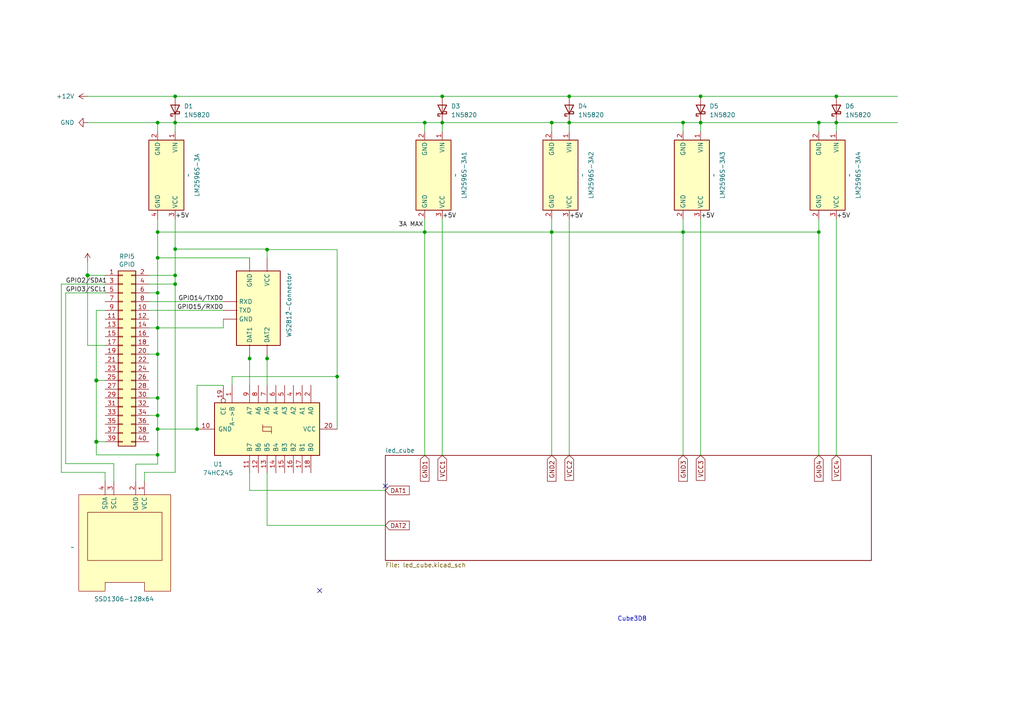
<source format=kicad_sch>
(kicad_sch (version 20231120) (generator "eeschema") (generator_version "8.0")
  (paper "A4")
  (title_block (date "15 nov 2012"))
  (lib_symbols
    (symbol "74xx:74HC245" (pin_names (offset 1.016))
      (property "Reference" "U" (at -7.62 16.51 0))
      (property "Value" "74HC245" (at -7.62 -16.51 0))
      (symbol "74HC245_1_0"
        (polyline (pts (xy -0.635 -1.27) (xy -0.635 1.27) (xy 0.635 1.27)))
        (polyline (pts (xy -1.27 -1.27) (xy 0.635 -1.27) (xy 0.635 1.27) (xy 1.27 1.27)))
        (pin input line (at -12.7 -10.16 0) (length 5.08) (name "A->B") (number "1"))
        (pin power_in line (at 0 -20.32 90) (length 5.08) (name "GND") (number "10"))
        (pin tri_state line (at 12.7 -5.08 180) (length 5.08) (name "B7") (number "11"))
        (pin tri_state line (at 12.7 -2.54 180) (length 5.08) (name "B6") (number "12"))
        (pin tri_state line (at 12.7 0 180) (length 5.08) (name "B5") (number "13"))
        (pin tri_state line (at 12.7 2.54 180) (length 5.08) (name "B4") (number "14"))
        (pin tri_state line (at 12.7 5.08 180) (length 5.08) (name "B3") (number "15"))
        (pin tri_state line (at 12.7 7.62 180) (length 5.08) (name "B2") (number "16"))
        (pin tri_state line (at 12.7 10.16 180) (length 5.08) (name "B1") (number "17"))
        (pin tri_state line (at 12.7 12.7 180) (length 5.08) (name "B0") (number "18"))
        (pin input inverted (at -12.7 -12.7 0) (length 5.08) (name "CE") (number "19"))
        (pin tri_state line (at -12.7 12.7 0) (length 5.08) (name "A0") (number "2"))
        (pin power_in line (at 0 20.32 270) (length 5.08) (name "VCC") (number "20"))
        (pin tri_state line (at -12.7 10.16 0) (length 5.08) (name "A1") (number "3"))
        (pin tri_state line (at -12.7 7.62 0) (length 5.08) (name "A2") (number "4"))
        (pin tri_state line (at -12.7 5.08 0) (length 5.08) (name "A3") (number "5"))
        (pin tri_state line (at -12.7 2.54 0) (length 5.08) (name "A4") (number "6"))
        (pin tri_state line (at -12.7 0 0) (length 5.08) (name "A5") (number "7"))
        (pin tri_state line (at -12.7 -2.54 0) (length 5.08) (name "A6") (number "8"))
        (pin tri_state line (at -12.7 -5.08 0) (length 5.08) (name "A7") (number "9"))
      )
      (symbol "74HC245_1_1"
        (rectangle (start -7.62 15.24) (end 7.62 -15.24) (stroke (width 0.254)) (fill (type background)))
      )
    )
    (symbol "Connector_Generic:Conn_02x20_Odd_Even" (pin_names (offset 1.016) hide)
      (property "Reference" "J" (at 1.27 25.4 0))
      (property "Value" "Conn_02x20_Odd_Even" (at 1.27 -27.94 0))
      (symbol "Conn_02x20_Odd_Even_1_1"
        (rectangle (start -1.27 -25.273) (end 0 -25.527) (stroke (width 0.1524)))
        (rectangle (start -1.27 -22.733) (end 0 -22.987) (stroke (width 0.1524)))
        (rectangle (start -1.27 -20.193) (end 0 -20.447) (stroke (width 0.1524)))
        (rectangle (start -1.27 -17.653) (end 0 -17.907) (stroke (width 0.1524)))
        (rectangle (start -1.27 -15.113) (end 0 -15.367) (stroke (width 0.1524)))
        (rectangle (start -1.27 -12.573) (end 0 -12.827) (stroke (width 0.1524)))
        (rectangle (start -1.27 -10.033) (end 0 -10.287) (stroke (width 0.1524)))
        (rectangle (start -1.27 -7.493) (end 0 -7.747) (stroke (width 0.1524)))
        (rectangle (start -1.27 -4.953) (end 0 -5.207) (stroke (width 0.1524)))
        (rectangle (start -1.27 -2.413) (end 0 -2.667) (stroke (width 0.1524)))
        (rectangle (start -1.27 0.127) (end 0 -0.127) (stroke (width 0.1524)))
        (rectangle (start -1.27 2.667) (end 0 2.413) (stroke (width 0.1524)))
        (rectangle (start -1.27 5.207) (end 0 4.953) (stroke (width 0.1524)))
        (rectangle (start -1.27 7.747) (end 0 7.493) (stroke (width 0.1524)))
        (rectangle (start -1.27 10.287) (end 0 10.033) (stroke (width 0.1524)))
        (rectangle (start -1.27 12.827) (end 0 12.573) (stroke (width 0.1524)))
        (rectangle (start -1.27 15.367) (end 0 15.113) (stroke (width 0.1524)))
        (rectangle (start -1.27 17.907) (end 0 17.653) (stroke (width 0.1524)))
        (rectangle (start -1.27 20.447) (end 0 20.193) (stroke (width 0.1524)))
        (rectangle (start -1.27 22.987) (end 0 22.733) (stroke (width 0.1524)))
        (rectangle (start -1.27 24.13) (end 3.81 -26.67) (stroke (width 0.254)) (fill (type background)))
        (rectangle (start 3.81 -25.273) (end 2.54 -25.527) (stroke (width 0.1524)))
        (rectangle (start 3.81 -22.733) (end 2.54 -22.987) (stroke (width 0.1524)))
        (rectangle (start 3.81 -20.193) (end 2.54 -20.447) (stroke (width 0.1524)))
        (rectangle (start 3.81 -17.653) (end 2.54 -17.907) (stroke (width 0.1524)))
        (rectangle (start 3.81 -15.113) (end 2.54 -15.367) (stroke (width 0.1524)))
        (rectangle (start 3.81 -12.573) (end 2.54 -12.827) (stroke (width 0.1524)))
        (rectangle (start 3.81 -10.033) (end 2.54 -10.287) (stroke (width 0.1524)))
        (rectangle (start 3.81 -7.493) (end 2.54 -7.747) (stroke (width 0.1524)))
        (rectangle (start 3.81 -4.953) (end 2.54 -5.207) (stroke (width 0.1524)))
        (rectangle (start 3.81 -2.413) (end 2.54 -2.667) (stroke (width 0.1524)))
        (rectangle (start 3.81 0.127) (end 2.54 -0.127) (stroke (width 0.1524)))
        (rectangle (start 3.81 2.667) (end 2.54 2.413) (stroke (width 0.1524)))
        (rectangle (start 3.81 5.207) (end 2.54 4.953) (stroke (width 0.1524)))
        (rectangle (start 3.81 7.747) (end 2.54 7.493) (stroke (width 0.1524)))
        (rectangle (start 3.81 10.287) (end 2.54 10.033) (stroke (width 0.1524)))
        (rectangle (start 3.81 12.827) (end 2.54 12.573) (stroke (width 0.1524)))
        (rectangle (start 3.81 15.367) (end 2.54 15.113) (stroke (width 0.1524)))
        (rectangle (start 3.81 17.907) (end 2.54 17.653) (stroke (width 0.1524)))
        (rectangle (start 3.81 20.447) (end 2.54 20.193) (stroke (width 0.1524)))
        (rectangle (start 3.81 22.987) (end 2.54 22.733) (stroke (width 0.1524)))
        (pin passive line (at -5.08 22.86 0) (length 3.81) (name "Pin_1") (number "1"))
        (pin passive line (at 7.62 12.7 180) (length 3.81) (name "Pin_10") (number "10"))
        (pin passive line (at -5.08 10.16 0) (length 3.81) (name "Pin_11") (number "11"))
        (pin passive line (at 7.62 10.16 180) (length 3.81) (name "Pin_12") (number "12"))
        (pin passive line (at -5.08 7.62 0) (length 3.81) (name "Pin_13") (number "13"))
        (pin passive line (at 7.62 7.62 180) (length 3.81) (name "Pin_14") (number "14"))
        (pin passive line (at -5.08 5.08 0) (length 3.81) (name "Pin_15") (number "15"))
        (pin passive line (at 7.62 5.08 180) (length 3.81) (name "Pin_16") (number "16"))
        (pin passive line (at -5.08 2.54 0) (length 3.81) (name "Pin_17") (number "17"))
        (pin passive line (at 7.62 2.54 180) (length 3.81) (name "Pin_18") (number "18"))
        (pin passive line (at -5.08 0 0) (length 3.81) (name "Pin_19") (number "19"))
        (pin passive line (at 7.62 22.86 180) (length 3.81) (name "Pin_2") (number "2"))
        (pin passive line (at 7.62 0 180) (length 3.81) (name "Pin_20") (number "20"))
        (pin passive line (at -5.08 -2.54 0) (length 3.81) (name "Pin_21") (number "21"))
        (pin passive line (at 7.62 -2.54 180) (length 3.81) (name "Pin_22") (number "22"))
        (pin passive line (at -5.08 -5.08 0) (length 3.81) (name "Pin_23") (number "23"))
        (pin passive line (at 7.62 -5.08 180) (length 3.81) (name "Pin_24") (number "24"))
        (pin passive line (at -5.08 -7.62 0) (length 3.81) (name "Pin_25") (number "25"))
        (pin passive line (at 7.62 -7.62 180) (length 3.81) (name "Pin_26") (number "26"))
        (pin passive line (at -5.08 -10.16 0) (length 3.81) (name "Pin_27") (number "27"))
        (pin passive line (at 7.62 -10.16 180) (length 3.81) (name "Pin_28") (number "28"))
        (pin passive line (at -5.08 -12.7 0) (length 3.81) (name "Pin_29") (number "29"))
        (pin passive line (at -5.08 20.32 0) (length 3.81) (name "Pin_3") (number "3"))
        (pin passive line (at 7.62 -12.7 180) (length 3.81) (name "Pin_30") (number "30"))
        (pin passive line (at -5.08 -15.24 0) (length 3.81) (name "Pin_31") (number "31"))
        (pin passive line (at 7.62 -15.24 180) (length 3.81) (name "Pin_32") (number "32"))
        (pin passive line (at -5.08 -17.78 0) (length 3.81) (name "Pin_33") (number "33"))
        (pin passive line (at 7.62 -17.78 180) (length 3.81) (name "Pin_34") (number "34"))
        (pin passive line (at -5.08 -20.32 0) (length 3.81) (name "Pin_35") (number "35"))
        (pin passive line (at 7.62 -20.32 180) (length 3.81) (name "Pin_36") (number "36"))
        (pin passive line (at -5.08 -22.86 0) (length 3.81) (name "Pin_37") (number "37"))
        (pin passive line (at 7.62 -22.86 180) (length 3.81) (name "Pin_38") (number "38"))
        (pin passive line (at -5.08 -25.4 0) (length 3.81) (name "Pin_39") (number "39"))
        (pin passive line (at 7.62 20.32 180) (length 3.81) (name "Pin_4") (number "4"))
        (pin passive line (at 7.62 -25.4 180) (length 3.81) (name "Pin_40") (number "40"))
        (pin passive line (at -5.08 17.78 0) (length 3.81) (name "Pin_5") (number "5"))
        (pin passive line (at 7.62 17.78 180) (length 3.81) (name "Pin_6") (number "6"))
        (pin passive line (at -5.08 15.24 0) (length 3.81) (name "Pin_7") (number "7"))
        (pin passive line (at 7.62 15.24 180) (length 3.81) (name "Pin_8") (number "8"))
        (pin passive line (at -5.08 12.7 0) (length 3.81) (name "Pin_9") (number "9"))
      )
    )
    (symbol "Diode:1N5820" (pin_numbers hide) (pin_names (offset 1.016) hide)
      (property "Reference" "D" (at 0 2.54 0))
      (property "Value" "1N5820" (at 0 -2.54 0))
      (symbol "1N5820_0_1"
        (polyline (pts (xy 1.27 0) (xy -1.27 0)))
        (polyline (pts (xy 1.27 1.27) (xy 1.27 -1.27) (xy -1.27 0) (xy 1.27 1.27)) (stroke (width 0.254)))
        (polyline (pts (xy -1.905 0.635) (xy -1.905 1.27) (xy -1.27 1.27) (xy -1.27 -1.27) (xy -0.635 -1.27) (xy -0.635 -0.635)) (stroke (width 0.254)))
      )
      (symbol "1N5820_1_1"
        (pin passive line (at -3.81 0 0) (length 2.54) (name "K") (number "1"))
        (pin passive line (at 3.81 0 180) (length 2.54) (name "A") (number "2"))
      )
    )
    (symbol "Display_Graphic:OLED-SSD1306"
      (symbol "OLED-SSD1306_0_1"
        (polyline (pts (xy 0 27.94) (xy 0 0) (xy 7.62 0) (xy 7.62 2.54) (xy 19.05 2.54) (xy 19.05 0) (xy 26.67 0) (xy 26.67 27.94) (xy 0 27.94)) (fill (type background)))
        (rectangle (start 2.54 22.86) (end 24.13 8.89))
      )
      (symbol "OLED-SSD1306_1_1"
        (pin power_in line (at 7.62 31.9 270) (length 4) (name "VCC") (number "1"))
        (pin power_in line (at 10.16 31.9 270) (length 4) (name "GND") (number "2"))
        (pin passive line (at 16.51 31.9 270) (length 4) (name "SCL") (number "3"))
        (pin passive line (at 19.05 31.9 270) (length 4) (name "SDA") (number "4"))
      )
    )
    (symbol "LED:WS2812B-Connector"
      (symbol "WS2812B-Connector_0_1"
        (rectangle (start -5.08 10.16) (end 7.62 -11.43) (stroke (width 0.254)) (fill (type background)))
      )
      (symbol "WS2812B-Connector_1_1"
        (pin passive line (at -1.27 -15.24 90) (length 4) (name "DAT1") (number ""))
        (pin passive line (at 3.81 -15.24 90) (length 4) (name "DAT2") (number ""))
        (pin power_in line (at -8.89 -3.81 0) (length 4) (name "GND") (number ""))
        (pin power_in line (at -1.27 13.97 270) (length 4) (name "GND") (number ""))
        (pin passive line (at -8.89 1.27 0) (length 4) (name "RXD") (number ""))
        (pin passive line (at -8.89 -1.27 0) (length 4) (name "TXD") (number ""))
        (pin power_in line (at 3.81 13.97 270) (length 4) (name "VCC") (number ""))
      )
    )
    (symbol "LM2596S-5A_1"
      (property "Reference" "LM2596S-3A" (at 10.16 13.97 0))
      (property "Value" "~" (at 10.16 11.43 0))
      (symbol "LM2596S-5A_1_0_1"
        (rectangle (start 0 10.16) (end 20.32 0) (stroke (width 0.254)) (fill (type background)))
      )
      (symbol "LM2596S-5A_1_1_1"
        (pin power_in line (at -2.54 7.62 0) (length 2.54) (name "VIN") (number "1"))
        (pin power_in line (at -2.54 2.54 0) (length 2.54) (name "GND") (number "2"))
        (pin power_out line (at 22.86 7.62 180) (length 2.54) (name "VCC") (number "3"))
        (pin power_out line (at 22.86 2.54 180) (length 2.54) (name "GND") (number "4"))
      )
    )
    (symbol "Regulator_Switching:LM2596S-5A"
      (symbol "LM2596S-5A_0_1"
        (rectangle (start 0 10.16) (end 20.32 0) (stroke (width 0.254)) (fill (type background)))
      )
      (symbol "LM2596S-5A_1_1"
        (pin power_in line (at -2.54 7.62 0) (length 2.54) (name "VIN") (number "1"))
        (pin power_in line (at -2.54 2.54 0) (length 2.54) (name "GND") (number "2"))
        (pin power_out line (at 22.86 2.54 180) (length 2.54) (name "GND") (number "2"))
        (pin power_out line (at 22.86 7.62 180) (length 2.54) (name "VCC") (number "3"))
      )
    )
    (symbol "power:+12V" (power) (pin_numbers hide) (pin_names (offset 0) hide)
      (property "Value" "+12V" (at 0 3.556 0))
      (symbol "+12V_0_1"
        (polyline (pts (xy -0.762 1.27) (xy 0 2.54)))
        (polyline (pts (xy 0 0) (xy 0 2.54)))
        (polyline (pts (xy 0 2.54) (xy 0.762 1.27)))
      )
      (symbol "+12V_1_1"
        (pin power_in line (at 0 0 90) (length 0) (name "~") (number "1"))
      )
    )
    (symbol "power:+3.3V" (power) (pin_names (offset 0))
      (property "Value" "+3.3V" (at 0 3.556 0))
      (symbol "+3.3V_0_1"
        (polyline (pts (xy -0.762 1.27) (xy 0 2.54)))
        (polyline (pts (xy 0 0) (xy 0 2.54)))
        (polyline (pts (xy 0 2.54) (xy 0.762 1.27)))
      )
      (symbol "+3.3V_1_1"
        (pin power_in line (at 0 0 90) (length 0) hide (name "+3V3") (number "1"))
      )
    )
    (symbol "power:GND" (power) (pin_numbers hide) (pin_names (offset 0) hide)
      (property "Value" "GND" (at 0 -3.81 0))
      (symbol "GND_0_1"
        (polyline (pts (xy 0 0) (xy 0 -1.27) (xy 1.27 -1.27) (xy 0 -2.54) (xy -1.27 -1.27) (xy 0 -1.27)))
      )
      (symbol "GND_1_1"
        (pin power_in line (at 0 0 270) (length 0) (name "~") (number "1"))
      )
    )
  )
  (junction (at 165.1 35.56))
  (junction (at 123.19 35.56))
  (junction (at 123.19 67.31))
  (junction (at 198.12 35.56))
  (junction (at 45.72 67.31))
  (junction (at 237.49 35.56))
  (junction (at 45.72 102.72))
  (junction (at 72.39 103.99))
  (junction (at 77.47 72.39))
  (junction (at 97.79 109.22))
  (junction (at 203.2 35.56))
  (junction (at 198.12 67.31))
  (junction (at 237.49 67.31))
  (junction (at 160.02 35.56))
  (junction (at 27.94 128.12) (diameter 1.016))
  (junction (at 165.1 27.94))
  (junction (at 77.47 103.99))
  (junction (at 45.72 84.94))
  (junction (at 242.57 35.56))
  (junction (at 27.94 110.34) (diameter 1.016))
  (junction (at 128.27 35.56))
  (junction (at 50.8 35.56))
  (junction (at 45.72 124.46))
  (junction (at 203.2 27.94))
  (junction (at 57.15 124.46))
  (junction (at 50.8 79.86))
  (junction (at 160.02 67.31))
  (junction (at 45.72 120.5))
  (junction (at 128.27 27.94))
  (junction (at 50.8 72.24))
  (junction (at 45.72 35.56))
  (junction (at 45.72 131.93))
  (junction (at 45.72 95.1))
  (junction (at 45.72 115.42))
  (junction (at 45.72 74.78))
  (junction (at 242.57 27.94))
  (junction (at 50.8 82.4))
  (junction (at 25.4 79.86) (diameter 1.016))
  (junction (at 50.8 27.94))
  (no_connect (at 92.71 171.3))
  (no_connect (at 111.76 140.97))
  (wire (pts (xy 27.94 110.34) (xy 27.94 128.12)))
  (wire (pts (xy 242.57 38.1) (xy 242.57 35.56)))
  (wire (pts (xy 25.4 35.56) (xy 45.72 35.56)))
  (wire (pts (xy 160.02 35.56) (xy 165.1 35.56)))
  (wire (pts (xy 41.91 137.01) (xy 50.8 137.01)))
  (wire (pts (xy 19.05 84.94) (xy 30.48 84.94)))
  (wire (pts (xy 43.18 102.72) (xy 45.72 102.72)))
  (wire (pts (xy 160.02 35.56) (xy 160.02 38.1)))
  (wire (pts (xy 72.39 102.87) (xy 72.39 103.99)))
  (wire (pts (xy 17.78 82.4) (xy 30.48 82.4)))
  (wire (pts (xy 50.8 72.24) (xy 77.47 72.24)))
  (wire (pts (xy 45.72 115.42) (xy 45.72 120.5)))
  (wire (pts (xy 30.48 137.01) (xy 30.48 139.55)))
  (wire (pts (xy 198.12 35.56) (xy 198.12 38.1)))
  (wire (pts (xy 45.72 120.5) (xy 45.72 124.46)))
  (wire (pts (xy 57.15 111.76) (xy 57.15 124.46)))
  (wire (pts (xy 45.72 102.72) (xy 45.72 115.42)))
  (wire (pts (xy 39.37 134.62) (xy 39.37 139.55)))
  (wire (pts (xy 45.72 35.56) (xy 50.8 35.56)))
  (wire (pts (xy 43.18 87.48) (xy 64.77 87.48)))
  (wire (pts (xy 27.94 90.02) (xy 27.94 110.34)))
  (wire (pts (xy 128.27 63.5) (xy 128.27 132.08)))
  (wire (pts (xy 237.49 35.56) (xy 237.49 38.1)))
  (wire (pts (xy 123.19 35.56) (xy 123.19 38.1)))
  (wire (pts (xy 27.94 90.02) (xy 30.48 90.02)))
  (wire (pts (xy 77.47 72.39) (xy 97.79 72.39)))
  (wire (pts (xy 123.19 67.31) (xy 160.02 67.31)))
  (wire (pts (xy 45.72 131.93) (xy 45.72 134.62)))
  (wire (pts (xy 97.79 109.22) (xy 97.79 124.46)))
  (wire (pts (xy 45.72 124.46) (xy 45.72 131.93)))
  (wire (pts (xy 45.72 74.78) (xy 72.39 74.78)))
  (wire (pts (xy 165.1 63.5) (xy 165.1 132.08)))
  (wire (pts (xy 242.57 63.5) (xy 242.57 132.08)))
  (wire (pts (xy 45.72 134.62) (xy 39.37 134.62)))
  (wire (pts (xy 198.12 67.31) (xy 237.49 67.31)))
  (wire (pts (xy 45.72 74.78) (xy 45.72 84.94)))
  (wire (pts (xy 72.39 103.99) (xy 72.39 111.76)))
  (wire (pts (xy 27.94 110.34) (xy 30.48 110.34)))
  (wire (pts (xy 77.47 103.99) (xy 77.47 111.76)))
  (wire (pts (xy 77.47 72.39) (xy 77.47 72.24)))
  (wire (pts (xy 128.27 27.94) (xy 165.1 27.94)))
  (wire (pts (xy 198.12 63.5) (xy 198.12 67.31)))
  (wire (pts (xy 27.94 128.12) (xy 27.94 131.93)))
  (wire (pts (xy 25.4 76.05) (xy 25.4 79.86)))
  (wire (pts (xy 50.8 27.94) (xy 128.27 27.94)))
  (wire (pts (xy 123.19 35.56) (xy 128.27 35.56)))
  (wire (pts (xy 45.72 67.31) (xy 45.72 74.78)))
  (wire (pts (xy 128.27 35.56) (xy 160.02 35.56)))
  (wire (pts (xy 43.18 120.5) (xy 45.72 120.5)))
  (wire (pts (xy 203.2 27.94) (xy 242.57 27.94)))
  (wire (pts (xy 19.05 84.94) (xy 19.05 134.47)))
  (wire (pts (xy 160.02 67.31) (xy 160.02 132.08)))
  (wire (pts (xy 45.72 84.94) (xy 45.72 95.1)))
  (wire (pts (xy 41.91 137.01) (xy 41.91 139.55)))
  (wire (pts (xy 25.4 100.18) (xy 30.48 100.18)))
  (wire (pts (xy 198.12 67.31) (xy 198.12 132.08)))
  (wire (pts (xy 50.8 79.86) (xy 50.8 82.4)))
  (wire (pts (xy 45.72 95.1) (xy 45.72 102.72)))
  (wire (pts (xy 50.8 63.5) (xy 50.8 72.24)))
  (wire (pts (xy 77.47 74.78) (xy 77.47 72.39)))
  (wire (pts (xy 43.18 95.1) (xy 45.72 95.1)))
  (wire (pts (xy 50.8 79.86) (xy 43.18 79.86)))
  (wire (pts (xy 25.4 79.86) (xy 25.4 100.18)))
  (wire (pts (xy 77.47 152.4) (xy 111.76 152.4)))
  (wire (pts (xy 43.18 90.02) (xy 64.77 90.02)))
  (wire (pts (xy 242.57 35.56) (xy 260.35 35.56)))
  (wire (pts (xy 64.77 95.1) (xy 45.72 95.1)))
  (wire (pts (xy 50.8 38.1) (xy 50.8 35.56)))
  (wire (pts (xy 72.39 137.16) (xy 72.39 142.24)))
  (wire (pts (xy 242.57 27.94) (xy 260.35 27.94)))
  (wire (pts (xy 43.18 84.94) (xy 45.72 84.94)))
  (wire (pts (xy 77.47 137.16) (xy 77.47 152.4)))
  (wire (pts (xy 67.31 109.22) (xy 97.79 109.22)))
  (wire (pts (xy 97.79 72.39) (xy 97.79 109.22)))
  (wire (pts (xy 50.8 72.24) (xy 50.8 79.86)))
  (wire (pts (xy 50.8 82.4) (xy 43.18 82.4)))
  (wire (pts (xy 27.94 128.12) (xy 30.48 128.12)))
  (wire (pts (xy 237.49 63.5) (xy 237.49 67.31)))
  (wire (pts (xy 33.02 134.47) (xy 19.05 134.47)))
  (wire (pts (xy 165.1 27.94) (xy 203.2 27.94)))
  (wire (pts (xy 203.2 35.56) (xy 237.49 35.56)))
  (wire (pts (xy 64.77 92.56) (xy 64.77 95.1)))
  (wire (pts (xy 45.72 63.5) (xy 45.72 67.31)))
  (wire (pts (xy 203.2 63.5) (xy 203.2 132.08)))
  (wire (pts (xy 72.39 142.24) (xy 111.76 142.24)))
  (wire (pts (xy 128.27 38.1) (xy 128.27 35.56)))
  (wire (pts (xy 165.1 35.56) (xy 198.12 35.56)))
  (wire (pts (xy 27.94 131.93) (xy 45.72 131.93)))
  (wire (pts (xy 67.31 111.76) (xy 67.31 109.22)))
  (wire (pts (xy 77.47 102.87) (xy 77.47 103.99)))
  (wire (pts (xy 45.72 124.46) (xy 57.15 124.46)))
  (wire (pts (xy 198.12 35.56) (xy 203.2 35.56)))
  (wire (pts (xy 160.02 63.5) (xy 160.02 67.31)))
  (wire (pts (xy 237.49 35.56) (xy 242.57 35.56)))
  (wire (pts (xy 17.78 137.01) (xy 30.48 137.01)))
  (wire (pts (xy 50.8 137.01) (xy 50.8 82.4)))
  (wire (pts (xy 33.02 134.47) (xy 33.02 139.55)))
  (wire (pts (xy 64.77 111.76) (xy 57.15 111.76)))
  (wire (pts (xy 123.19 63.5) (xy 123.19 67.31)))
  (wire (pts (xy 165.1 38.1) (xy 165.1 35.56)))
  (wire (pts (xy 123.19 67.31) (xy 123.19 132.08)))
  (wire (pts (xy 160.02 67.31) (xy 198.12 67.31)))
  (wire (pts (xy 237.49 67.31) (xy 237.49 132.08)))
  (wire (pts (xy 17.78 82.4) (xy 17.78 137.01)))
  (wire (pts (xy 43.18 115.42) (xy 45.72 115.42)))
  (wire (pts (xy 45.72 67.31) (xy 123.19 67.31)))
  (wire (pts (xy 25.4 79.86) (xy 30.48 79.86)))
  (wire (pts (xy 25.4 27.94) (xy 50.8 27.94)))
  (wire (pts (xy 45.72 35.56) (xy 45.72 38.1)))
  (wire (pts (xy 203.2 38.1) (xy 203.2 35.56)))
  (wire (pts (xy 50.8 35.56) (xy 123.19 35.56)))
  (text "Cube3D8" (at 179.07 180.34 0) (effects (font (size 1.27 1.27)) (justify left bottom)))
  (label "GPIO2{slash}SDA1" (at 19.05 82.4 0))
  (label "+5V" (at 203.2 63.5 0))
  (label "+5V" (at 50.8 63.5 0))
  (label "+5V" (at 165.1 63.5 0))
  (label "GPIO14{slash}TXD0" (at 64.77 87.48 180))
  (label "GPIO15{slash}RXD0" (at 64.77 90.02 180))
  (label "+5V" (at 128.27 63.5 0))
  (label "3A MAX" (at 115.57 66.04 0))
  (label "GPIO3{slash}SCL1" (at 19.05 84.94 0))
  (label "+5V" (at 242.57 63.5 0))
  (global_label "VCC4" (shape input) (at 242.57 132.08 270) (property "Intersheetrefs" "${INTERSHEET_REFS}" (effects (hide yes))))
  (global_label "VCC2" (shape input) (at 165.1 132.08 270) (property "Intersheetrefs" "${INTERSHEET_REFS}" (effects (hide yes))))
  (global_label "VCC1" (shape input) (at 128.27 132.08 270) (property "Intersheetrefs" "${INTERSHEET_REFS}" (effects (hide yes))))
  (global_label "GND2" (shape input) (at 160.02 132.08 270) (property "Intersheetrefs" "${INTERSHEET_REFS}" (effects (hide yes))))
  (global_label "VCC3" (shape input) (at 203.2 132.08 270) (property "Intersheetrefs" "${INTERSHEET_REFS}" (effects (hide yes))))
  (global_label "GND3" (shape input) (at 198.12 132.08 270) (property "Intersheetrefs" "${INTERSHEET_REFS}" (effects (hide yes))))
  (global_label "DAT1" (shape input) (at 111.76 142.24 0) (property "Intersheetrefs" "${INTERSHEET_REFS}" (effects (hide yes))))
  (global_label "GND1" (shape input) (at 123.19 132.08 270) (property "Intersheetrefs" "${INTERSHEET_REFS}" (effects (hide yes))))
  (global_label "DAT2" (shape input) (at 111.76 152.4 0) (property "Intersheetrefs" "${INTERSHEET_REFS}" (effects (hide yes))))
  (global_label "GND4" (shape input) (at 237.49 132.08 270) (property "Intersheetrefs" "${INTERSHEET_REFS}" (effects (hide yes))))
  (symbol (lib_id "power:+3.3V") (at 25.4 76.05 0) (unit 1)
    (property "Reference" "#PWR04" (effects (hide yes)))
    (property "Value" "+3V3" (effects (hide yes)))
  )
  (symbol (lib_id "Connector_Generic:Conn_02x20_Odd_Even") (at 35.56 102.72 0) (unit 1)
    (property "Reference" "RPI5" (at 36.83 74.3798 0))
    (property "Value" "GPIO" (at 36.83 76.685 0))
    (property "Footprint" "Connector_PinSocket_2.54mm:PinSocket_2x20_P2.54mm_Vertical" (effects (hide yes)))
  )
  (symbol (lib_id "LED:WS2812B-Connector") (at 73.66 88.75 0) (unit 1)
    (property "Reference" "WS2812-Connector" (at 83.82 97.894 90) (effects (justify left)))
    (property "Value" "~" (at 82.55 90.655 0) (effects (justify left)))
  )
  (symbol (lib_id "Diode:1N5820") (at 242.57 31.75 90) (unit 1)
    (property "Reference" "D6" (at 245.11 30.7974 90) (effects (justify right)))
    (property "Value" "1N5820" (at 245.11 33.3374 90) (effects (justify right)))
    (property "Footprint" "Diode_THT:D_DO-201AD_P15.24mm_Horizontal" (effects (hide yes)))
    (property "Datasheet" "http://www.vishay.com/docs/88526/1n5820.pdf" (effects (hide yes)))
    (property "Description" "20V 3A Schottky Barrier Rectifier Diode, DO-201AD" (effects (hide yes)))
  )
  (symbol (lib_id "Diode:1N5820") (at 50.8 31.75 90) (unit 1)
    (property "Reference" "D1" (at 53.34 30.7974 90) (effects (justify right)))
    (property "Value" "1N5820" (at 53.34 33.3374 90) (effects (justify right)))
    (property "Footprint" "Diode_THT:D_DO-201AD_P15.24mm_Horizontal" (effects (hide yes)))
    (property "Datasheet" "http://www.vishay.com/docs/88526/1n5820.pdf" (effects (hide yes)))
    (property "Description" "20V 3A Schottky Barrier Rectifier Diode, DO-201AD" (effects (hide yes)))
  )
  (symbol (lib_id "Diode:1N5820") (at 203.2 31.75 90) (unit 1)
    (property "Reference" "D5" (at 205.74 30.7974 90) (effects (justify right)))
    (property "Value" "1N5820" (at 205.74 33.3374 90) (effects (justify right)))
    (property "Footprint" "Diode_THT:D_DO-201AD_P15.24mm_Horizontal" (effects (hide yes)))
    (property "Datasheet" "http://www.vishay.com/docs/88526/1n5820.pdf" (effects (hide yes)))
    (property "Description" "20V 3A Schottky Barrier Rectifier Diode, DO-201AD" (effects (hide yes)))
  )
  (symbol (lib_id "Diode:1N5820") (at 165.1 31.75 90) (unit 1)
    (property "Reference" "D4" (at 167.64 30.7974 90) (effects (justify right)))
    (property "Value" "1N5820" (at 167.64 33.3374 90) (effects (justify right)))
    (property "Footprint" "Diode_THT:D_DO-201AD_P15.24mm_Horizontal" (effects (hide yes)))
    (property "Datasheet" "http://www.vishay.com/docs/88526/1n5820.pdf" (effects (hide yes)))
    (property "Description" "20V 3A Schottky Barrier Rectifier Diode, DO-201AD" (effects (hide yes)))
  )
  (symbol (lib_id "power:GND") (at 25.4 35.56 270) (unit 1)
    (property "Reference" "#PWR03" (effects (hide yes)))
    (property "Value" "GND" (at 21.59 35.5599 90) (effects (justify right)))
    (property "Description" "Power symbol creates a global label with name \"GND\" , ground" (effects (hide yes)))
  )
  (symbol (lib_id "Regulator_Switching:LM2596S-5A") (at 120.65 40.64 270) (unit 1)
    (property "Reference" "LM2596S-3A1" (at 134.62 50.8 0))
    (property "Value" "~" (at 132.08 50.8 0))
  )
  (symbol (lib_name "LM2596S-5A_1") (lib_id "Regulator_Switching:LM2596S-5A") (at 43.18 40.64 270) (unit 1)
    (property "Reference" "LM2596S-3A" (at 57.15 50.8 0))
    (property "Value" "~" (at 54.61 50.8 0))
  )
  (symbol (lib_id "74xx:74HC245") (at 77.47 124.46 270) (unit 1)
    (property "Reference" "U1" (at 63.246 134.62 90))
    (property "Value" "74HC245" (at 63.246 137.16 90))
    (property "Datasheet" "http://www.ti.com/lit/gpn/sn74HC245" (effects (hide yes)))
    (property "Description" "Octal BUS Transceivers, 3-State outputs" (effects (hide yes)))
  )
  (symbol (lib_id "Regulator_Switching:LM2596S-5A") (at 234.95 40.64 270) (unit 1)
    (property "Reference" "LM2596S-3A4" (at 248.92 50.8 0))
    (property "Value" "~" (at 246.38 50.8 0))
  )
  (symbol (lib_id "Regulator_Switching:LM2596S-5A") (at 195.58 40.64 270) (unit 1)
    (property "Reference" "LM2596S-3A3" (at 209.55 50.8 0))
    (property "Value" "~" (at 207.01 50.8 0))
  )
  (symbol (lib_id "Regulator_Switching:LM2596S-5A") (at 157.48 40.64 270) (unit 1)
    (property "Reference" "LM2596S-3A2" (at 171.45 50.8 0))
    (property "Value" "~" (at 168.91 50.8 0))
  )
  (symbol (lib_id "Display_Graphic:OLED-SSD1306") (at 49.53 171.45 0) (mirror y) (unit 1)
    (property "Reference" "SSD1306-128x64" (at 44.704 173.736 0) (effects (justify left)))
    (property "Value" "~" (at 21.59 158.75 0) (effects (justify left)))
  )
  (symbol (lib_id "Diode:1N5820") (at 128.27 31.75 90) (unit 1)
    (property "Reference" "D3" (at 130.81 30.7974 90) (effects (justify right)))
    (property "Value" "1N5820" (at 130.81 33.3374 90) (effects (justify right)))
    (property "Footprint" "Diode_THT:D_DO-201AD_P15.24mm_Horizontal" (effects (hide yes)))
    (property "Datasheet" "http://www.vishay.com/docs/88526/1n5820.pdf" (effects (hide yes)))
    (property "Description" "20V 3A Schottky Barrier Rectifier Diode, DO-201AD" (effects (hide yes)))
  )
  (symbol (lib_id "power:+12V") (at 25.4 27.94 90) (unit 1)
    (property "Reference" "#PWR02" (effects (hide yes)))
    (property "Value" "+12V" (at 21.59 27.9399 90) (effects (justify left)))
    (property "Description" "Power symbol creates a global label with name \"+12V\"" (effects (hide yes)))
  )
  (sheet (at 111.76 132.08) (size 140.97 30.48) (stroke (width 0.1524))
    (property "Sheetname" "led_cube" (at 111.76 131.3684 0) (effects (justify left bottom)))
    (property "Sheetfile" "led_cube.kicad_sch" (at 111.76 163.1446 0) (effects (justify left top)))
  )
)
</source>
